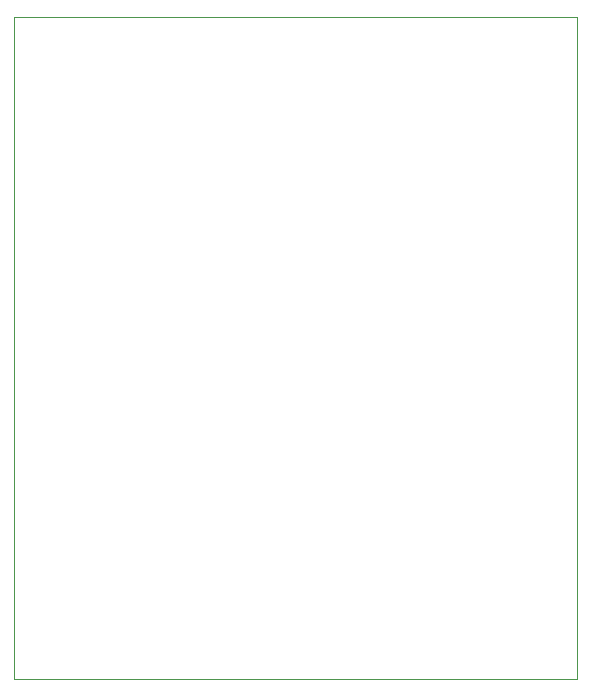
<source format=gbr>
%TF.GenerationSoftware,KiCad,Pcbnew,9.0.1*%
%TF.CreationDate,2025-05-18T16:35:06-05:00*%
%TF.ProjectId,OM-60-Rigid-PCB,4f4d2d36-302d-4526-9967-69642d504342,rev?*%
%TF.SameCoordinates,Original*%
%TF.FileFunction,Profile,NP*%
%FSLAX46Y46*%
G04 Gerber Fmt 4.6, Leading zero omitted, Abs format (unit mm)*
G04 Created by KiCad (PCBNEW 9.0.1) date 2025-05-18 16:35:06*
%MOMM*%
%LPD*%
G01*
G04 APERTURE LIST*
%TA.AperFunction,Profile*%
%ADD10C,0.050000*%
%TD*%
G04 APERTURE END LIST*
D10*
X113200000Y-59800000D02*
X160800000Y-59800000D01*
X160800000Y-115900000D01*
X113200000Y-115900000D01*
X113200000Y-59800000D01*
M02*

</source>
